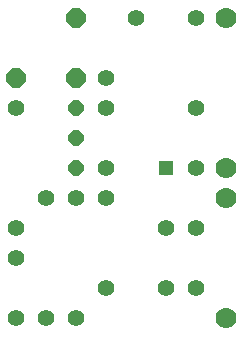
<source format=gtl>
G75*
%MOIN*%
%OFA0B0*%
%FSLAX25Y25*%
%IPPOS*%
%LPD*%
%AMOC8*
5,1,8,0,0,1.08239X$1,22.5*
%
%ADD10C,0.07000*%
%ADD11C,0.05543*%
%ADD12OC8,0.06496*%
%ADD13R,0.04756X0.04756*%
%ADD14OC8,0.05150*%
D10*
X0091220Y0019200D03*
X0091220Y0059200D03*
X0091220Y0069200D03*
X0091220Y0119200D03*
D11*
X0021220Y0019200D03*
X0031220Y0019200D03*
X0041220Y0019200D03*
X0051220Y0029200D03*
X0071220Y0029200D03*
X0081220Y0029200D03*
X0081220Y0049200D03*
X0071220Y0049200D03*
X0081220Y0069200D03*
X0081220Y0089200D03*
X0081220Y0119200D03*
X0061220Y0119200D03*
X0051220Y0099200D03*
X0051220Y0089200D03*
X0051220Y0069200D03*
X0051220Y0059200D03*
X0041220Y0059200D03*
X0031220Y0059200D03*
X0021220Y0049200D03*
X0021220Y0039200D03*
X0021220Y0089200D03*
D12*
X0021220Y0099200D03*
X0041220Y0099200D03*
X0041220Y0119200D03*
D13*
X0071220Y0069200D03*
D14*
X0041220Y0069200D03*
X0041220Y0079200D03*
X0041220Y0089200D03*
M02*

</source>
